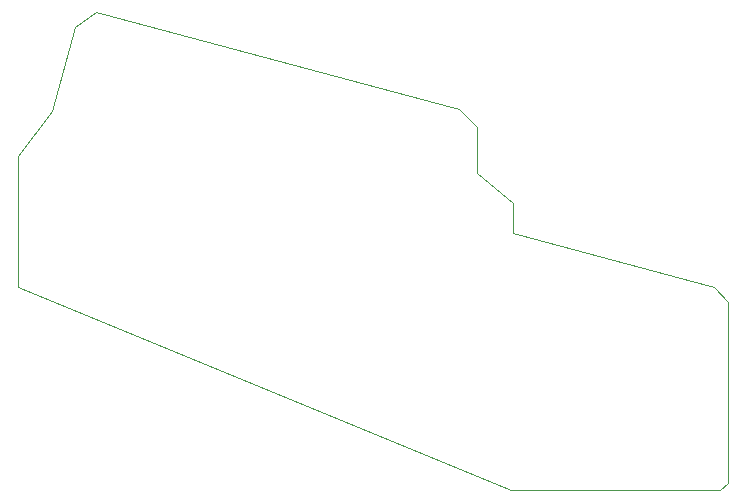
<source format=gbr>
G04 #@! TF.GenerationSoftware,KiCad,Pcbnew,(5.1.4)-1*
G04 #@! TF.CreationDate,2023-09-09T05:28:42-04:00*
G04 #@! TF.ProjectId,ThumbsUp,5468756d-6273-4557-902e-6b696361645f,rev?*
G04 #@! TF.SameCoordinates,Original*
G04 #@! TF.FileFunction,Profile,NP*
%FSLAX46Y46*%
G04 Gerber Fmt 4.6, Leading zero omitted, Abs format (unit mm)*
G04 Created by KiCad (PCBNEW (5.1.4)-1) date 2023-09-09 05:28:42*
%MOMM*%
%LPD*%
G04 APERTURE LIST*
%ADD10C,0.050000*%
G04 APERTURE END LIST*
D10*
X-42049805Y-410458102D02*
X-42048995Y-407956601D01*
X-42049805Y-410458102D02*
X-25089805Y-414998102D01*
X-24499805Y-432188102D02*
X-42199805Y-432198102D01*
X-23899805Y-431588102D02*
X-24499805Y-432188102D01*
X-83971253Y-415069426D02*
X-42199805Y-432198102D01*
X-23889805Y-416338102D02*
X-23899805Y-431588102D01*
X-25089805Y-414998102D02*
X-23889805Y-416338102D01*
X-42048993Y-407956602D02*
X-45101182Y-405393663D01*
X-83971253Y-415069426D02*
X-83965957Y-403929411D01*
X-45101182Y-405393663D02*
X-45113005Y-401472472D01*
X-46671247Y-399971480D02*
X-45113005Y-401472472D01*
X-81077244Y-400095960D02*
X-83965957Y-403929411D01*
X-81077244Y-400095960D02*
X-79171197Y-393030269D01*
X-77398225Y-391724292D02*
X-46671247Y-399971480D01*
X-79171197Y-393030269D02*
X-77398225Y-391724292D01*
M02*

</source>
